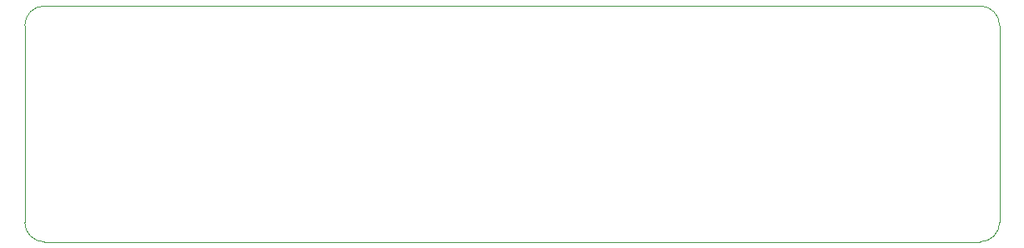
<source format=gbr>
%TF.GenerationSoftware,KiCad,Pcbnew,8.0.4*%
%TF.CreationDate,2024-08-04T13:50:59+08:00*%
%TF.ProjectId,mai-pico-nano-touch,6d61692d-7069-4636-9f2d-6e616e6f2d74,rev?*%
%TF.SameCoordinates,Original*%
%TF.FileFunction,Profile,NP*%
%FSLAX46Y46*%
G04 Gerber Fmt 4.6, Leading zero omitted, Abs format (unit mm)*
G04 Created by KiCad (PCBNEW 8.0.4) date 2024-08-04 13:50:59*
%MOMM*%
%LPD*%
G01*
G04 APERTURE LIST*
%TA.AperFunction,Profile*%
%ADD10C,0.050000*%
%TD*%
G04 APERTURE END LIST*
D10*
X148000000Y-74000000D02*
X148000000Y-94000000D01*
X49000000Y-94000000D02*
X49000000Y-74000000D01*
X148000000Y-94000000D02*
G75*
G02*
X146000000Y-96000000I-2000000J0D01*
G01*
X146000000Y-96000000D02*
X51000000Y-96000000D01*
X51000000Y-96000000D02*
G75*
G02*
X49000000Y-94000000I0J2000000D01*
G01*
X51000000Y-72000000D02*
X146000000Y-72000000D01*
X49000000Y-74000000D02*
G75*
G02*
X51000000Y-72000000I2000000J0D01*
G01*
X146000000Y-72000000D02*
G75*
G02*
X148000000Y-74000000I0J-2000000D01*
G01*
M02*

</source>
